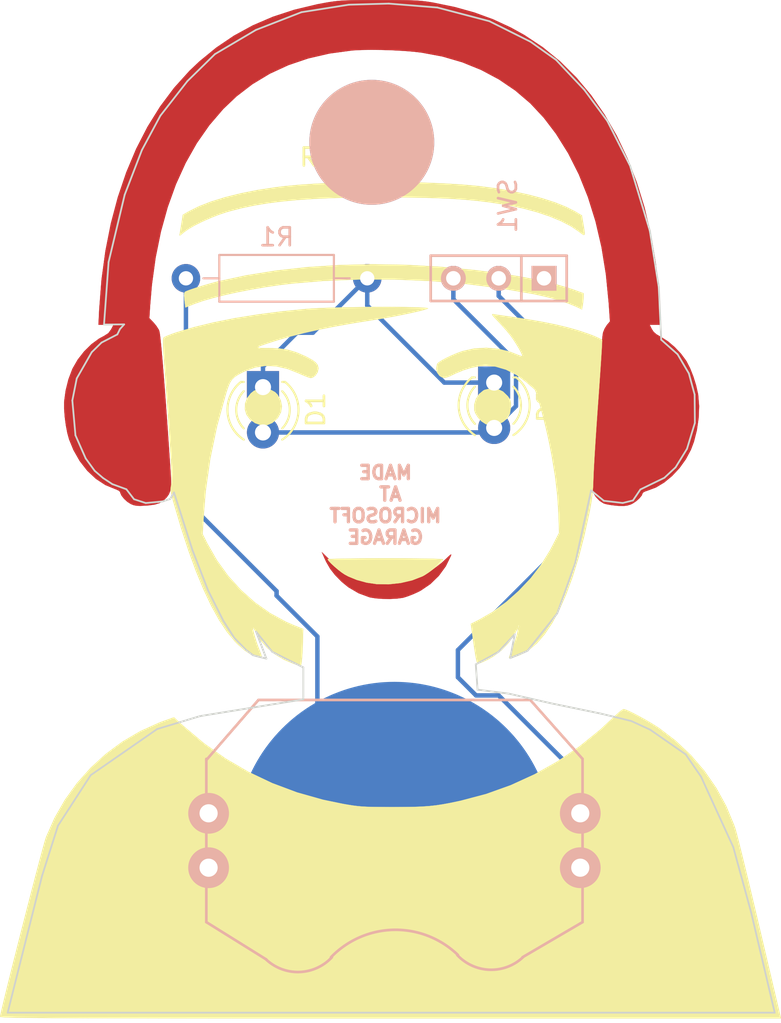
<source format=kicad_pcb>
(kicad_pcb (version 4) (host pcbnew 4.0.7)

  (general
    (links 9)
    (no_connects 1)
    (area 46.276999 81.23563 90.452268 138.959001)
    (thickness 1.6)
    (drawings 87)
    (tracks 41)
    (zones 0)
    (modules 13)
    (nets 6)
  )

  (page A4)
  (layers
    (0 F.Cu signal)
    (31 B.Cu signal)
    (32 B.Adhes user)
    (33 F.Adhes user)
    (34 B.Paste user)
    (35 F.Paste user)
    (36 B.SilkS user)
    (37 F.SilkS user)
    (38 B.Mask user)
    (39 F.Mask user)
    (40 Dwgs.User user)
    (41 Cmts.User user)
    (42 Eco1.User user)
    (43 Eco2.User user)
    (44 Edge.Cuts user)
    (45 Margin user)
    (46 B.CrtYd user)
    (47 F.CrtYd user)
    (48 B.Fab user)
    (49 F.Fab user)
  )

  (setup
    (last_trace_width 0.25)
    (trace_clearance 0.2)
    (zone_clearance 0.508)
    (zone_45_only no)
    (trace_min 0.2)
    (segment_width 0.2)
    (edge_width 0.15)
    (via_size 0.6)
    (via_drill 0.4)
    (via_min_size 0.4)
    (via_min_drill 0.3)
    (uvia_size 0.3)
    (uvia_drill 0.1)
    (uvias_allowed no)
    (uvia_min_size 0.2)
    (uvia_min_drill 0.1)
    (pcb_text_width 0.3)
    (pcb_text_size 1.5 1.5)
    (mod_edge_width 0.15)
    (mod_text_size 1 1)
    (mod_text_width 0.15)
    (pad_size 7 7)
    (pad_drill 0)
    (pad_to_mask_clearance 0.2)
    (aux_axis_origin 0 0)
    (visible_elements 7FFFEFFF)
    (pcbplotparams
      (layerselection 0x3f0ff_80000001)
      (usegerberextensions false)
      (excludeedgelayer true)
      (linewidth 0.100000)
      (plotframeref false)
      (viasonmask false)
      (mode 1)
      (useauxorigin false)
      (hpglpennumber 1)
      (hpglpenspeed 20)
      (hpglpendiameter 15)
      (hpglpenoverlay 2)
      (psnegative false)
      (psa4output false)
      (plotreference false)
      (plotvalue false)
      (plotinvisibletext false)
      (padsonsilk false)
      (subtractmaskfromsilk true)
      (outputformat 1)
      (mirror false)
      (drillshape 0)
      (scaleselection 1)
      (outputdirectory LadyGerbers/))
  )

  (net 0 "")
  (net 1 "Net-(BT1-Pad1)")
  (net 2 "Net-(BT1-Pad2)")
  (net 3 "Net-(D1-Pad1)")
  (net 4 "Net-(D1-Pad2)")
  (net 5 "Net-(SW1-Pad1)")

  (net_class Default "This is the default net class."
    (clearance 0.2)
    (trace_width 0.25)
    (via_dia 0.6)
    (via_drill 0.4)
    (uvia_dia 0.3)
    (uvia_drill 0.1)
    (add_net "Net-(BT1-Pad1)")
    (add_net "Net-(BT1-Pad2)")
    (add_net "Net-(D1-Pad1)")
    (add_net "Net-(D1-Pad2)")
    (add_net "Net-(SW1-Pad1)")
  )

  (module footprints:BATT_CR2032 (layer B.Cu) (tedit 0) (tstamp 5BA19666)
    (at 68.58 128.524 180)
    (tags battery)
    (path /5B95F774)
    (fp_text reference BT1 (at 0 -5.08 180) (layer B.SilkS) hide
      (effects (font (size 1.72974 1.08712) (thickness 0.27178)) (justify mirror))
    )
    (fp_text value Battery (at 0 2.54 180) (layer B.SilkS) hide
      (effects (font (size 1.524 1.016) (thickness 0.254)) (justify mirror))
    )
    (fp_line (start -7.1755 -6.5405) (end -10.541 -4.572) (layer B.SilkS) (width 0.15))
    (fp_line (start 7.1755 -6.6675) (end 10.541 -4.572) (layer B.SilkS) (width 0.15))
    (fp_arc (start -5.4229 -4.6355) (end -3.5179 -6.4135) (angle -90) (layer B.SilkS) (width 0.15))
    (fp_arc (start 5.4102 -4.7625) (end 7.1882 -6.6675) (angle -90) (layer B.SilkS) (width 0.15))
    (fp_arc (start -0.0635 -10.033) (end -3.556 -6.4135) (angle -90) (layer B.SilkS) (width 0.15))
    (fp_line (start 7.62 7.874) (end 10.541 4.5085) (layer B.SilkS) (width 0.15))
    (fp_line (start -10.541 4.572) (end -7.5565 7.9375) (layer B.SilkS) (width 0.15))
    (fp_line (start -7.62 7.874) (end 7.62 7.874) (layer B.SilkS) (width 0.15))
    (fp_line (start -10.541 -4.572) (end -10.541 4.572) (layer B.SilkS) (width 0.15))
    (fp_line (start 10.541 -4.572) (end 10.541 4.572) (layer B.SilkS) (width 0.15))
    (fp_circle (center 0 0) (end -10.16 0) (layer Dwgs.User) (width 0.15))
    (pad 1 thru_hole circle (at -10.414 -1.524 180) (size 2.286 2.286) (drill 1.016) (layers *.Cu *.Mask B.SilkS)
      (net 1 "Net-(BT1-Pad1)"))
    (pad 1 thru_hole circle (at 10.414 -1.524 180) (size 2.286 2.286) (drill 1.016) (layers *.Cu *.Mask B.SilkS)
      (net 1 "Net-(BT1-Pad1)"))
    (pad 1 thru_hole circle (at -10.414 1.524 180) (size 2.286 2.286) (drill 1.016) (layers *.Cu *.Mask B.SilkS)
      (net 1 "Net-(BT1-Pad1)"))
    (pad 1 thru_hole circle (at 10.414 1.524 180) (size 2.286 2.286) (drill 1.016) (layers *.Cu *.Mask B.SilkS)
      (net 1 "Net-(BT1-Pad1)"))
    (pad 2 smd circle (at 0 0 180) (size 17.78 17.78) (layers B.Cu B.Paste B.Mask)
      (net 2 "Net-(BT1-Pad2)"))
  )

  (module LEDs:LED_D3.0mm (layer F.Cu) (tedit 587A3A7B) (tstamp 5BA19679)
    (at 61.214 103.124 270)
    (descr "LED, diameter 3.0mm, 2 pins")
    (tags "LED diameter 3.0mm 2 pins")
    (path /5B958A67)
    (fp_text reference D1 (at 1.27 -2.96 270) (layer F.SilkS)
      (effects (font (size 1 1) (thickness 0.15)))
    )
    (fp_text value LED (at 1.27 2.96 270) (layer F.Fab)
      (effects (font (size 1 1) (thickness 0.15)))
    )
    (fp_arc (start 1.27 0) (end -0.23 -1.16619) (angle 284.3) (layer F.Fab) (width 0.1))
    (fp_arc (start 1.27 0) (end -0.29 -1.235516) (angle 108.8) (layer F.SilkS) (width 0.12))
    (fp_arc (start 1.27 0) (end -0.29 1.235516) (angle -108.8) (layer F.SilkS) (width 0.12))
    (fp_arc (start 1.27 0) (end 0.229039 -1.08) (angle 87.9) (layer F.SilkS) (width 0.12))
    (fp_arc (start 1.27 0) (end 0.229039 1.08) (angle -87.9) (layer F.SilkS) (width 0.12))
    (fp_circle (center 1.27 0) (end 2.77 0) (layer F.Fab) (width 0.1))
    (fp_line (start -0.23 -1.16619) (end -0.23 1.16619) (layer F.Fab) (width 0.1))
    (fp_line (start -0.29 -1.236) (end -0.29 -1.08) (layer F.SilkS) (width 0.12))
    (fp_line (start -0.29 1.08) (end -0.29 1.236) (layer F.SilkS) (width 0.12))
    (fp_line (start -1.15 -2.25) (end -1.15 2.25) (layer F.CrtYd) (width 0.05))
    (fp_line (start -1.15 2.25) (end 3.7 2.25) (layer F.CrtYd) (width 0.05))
    (fp_line (start 3.7 2.25) (end 3.7 -2.25) (layer F.CrtYd) (width 0.05))
    (fp_line (start 3.7 -2.25) (end -1.15 -2.25) (layer F.CrtYd) (width 0.05))
    (pad 1 thru_hole rect (at 0 0 270) (size 1.8 1.8) (drill 0.9) (layers *.Cu *.Mask)
      (net 3 "Net-(D1-Pad1)"))
    (pad 2 thru_hole circle (at 2.54 0 270) (size 1.8 1.8) (drill 0.9) (layers *.Cu *.Mask)
      (net 4 "Net-(D1-Pad2)"))
    (model ${KISYS3DMOD}/LEDs.3dshapes/LED_D3.0mm.wrl
      (at (xyz 0 0 0))
      (scale (xyz 0.393701 0.393701 0.393701))
      (rotate (xyz 0 0 0))
    )
  )

  (module LEDs:LED_D3.0mm (layer F.Cu) (tedit 587A3A7B) (tstamp 5BA1968C)
    (at 74.168 102.87 270)
    (descr "LED, diameter 3.0mm, 2 pins")
    (tags "LED diameter 3.0mm 2 pins")
    (path /5B958A90)
    (fp_text reference D2 (at 1.27 -2.96 270) (layer F.SilkS)
      (effects (font (size 1 1) (thickness 0.15)))
    )
    (fp_text value LED (at 1.27 2.96 270) (layer F.Fab)
      (effects (font (size 1 1) (thickness 0.15)))
    )
    (fp_arc (start 1.27 0) (end -0.23 -1.16619) (angle 284.3) (layer F.Fab) (width 0.1))
    (fp_arc (start 1.27 0) (end -0.29 -1.235516) (angle 108.8) (layer F.SilkS) (width 0.12))
    (fp_arc (start 1.27 0) (end -0.29 1.235516) (angle -108.8) (layer F.SilkS) (width 0.12))
    (fp_arc (start 1.27 0) (end 0.229039 -1.08) (angle 87.9) (layer F.SilkS) (width 0.12))
    (fp_arc (start 1.27 0) (end 0.229039 1.08) (angle -87.9) (layer F.SilkS) (width 0.12))
    (fp_circle (center 1.27 0) (end 2.77 0) (layer F.Fab) (width 0.1))
    (fp_line (start -0.23 -1.16619) (end -0.23 1.16619) (layer F.Fab) (width 0.1))
    (fp_line (start -0.29 -1.236) (end -0.29 -1.08) (layer F.SilkS) (width 0.12))
    (fp_line (start -0.29 1.08) (end -0.29 1.236) (layer F.SilkS) (width 0.12))
    (fp_line (start -1.15 -2.25) (end -1.15 2.25) (layer F.CrtYd) (width 0.05))
    (fp_line (start -1.15 2.25) (end 3.7 2.25) (layer F.CrtYd) (width 0.05))
    (fp_line (start 3.7 2.25) (end 3.7 -2.25) (layer F.CrtYd) (width 0.05))
    (fp_line (start 3.7 -2.25) (end -1.15 -2.25) (layer F.CrtYd) (width 0.05))
    (pad 1 thru_hole rect (at 0 0 270) (size 1.8 1.8) (drill 0.9) (layers *.Cu *.Mask)
      (net 3 "Net-(D1-Pad1)"))
    (pad 2 thru_hole circle (at 2.54 0 270) (size 1.8 1.8) (drill 0.9) (layers *.Cu *.Mask)
      (net 4 "Net-(D1-Pad2)"))
    (model ${KISYS3DMOD}/LEDs.3dshapes/LED_D3.0mm.wrl
      (at (xyz 0 0 0))
      (scale (xyz 0.393701 0.393701 0.393701))
      (rotate (xyz 0 0 0))
    )
  )

  (module Resistors_THT:R_Axial_DIN0207_L6.3mm_D2.5mm_P10.16mm_Horizontal (layer B.Cu) (tedit 5874F706) (tstamp 5BA196A2)
    (at 67.056 97.028 180)
    (descr "Resistor, Axial_DIN0207 series, Axial, Horizontal, pin pitch=10.16mm, 0.25W = 1/4W, length*diameter=6.3*2.5mm^2, http://cdn-reichelt.de/documents/datenblatt/B400/1_4W%23YAG.pdf")
    (tags "Resistor Axial_DIN0207 series Axial Horizontal pin pitch 10.16mm 0.25W = 1/4W length 6.3mm diameter 2.5mm")
    (path /5B95F731)
    (fp_text reference R1 (at 5.08 2.31 180) (layer B.SilkS)
      (effects (font (size 1 1) (thickness 0.15)) (justify mirror))
    )
    (fp_text value 100 (at 5.08 -2.31 180) (layer B.Fab)
      (effects (font (size 1 1) (thickness 0.15)) (justify mirror))
    )
    (fp_line (start 1.93 1.25) (end 1.93 -1.25) (layer B.Fab) (width 0.1))
    (fp_line (start 1.93 -1.25) (end 8.23 -1.25) (layer B.Fab) (width 0.1))
    (fp_line (start 8.23 -1.25) (end 8.23 1.25) (layer B.Fab) (width 0.1))
    (fp_line (start 8.23 1.25) (end 1.93 1.25) (layer B.Fab) (width 0.1))
    (fp_line (start 0 0) (end 1.93 0) (layer B.Fab) (width 0.1))
    (fp_line (start 10.16 0) (end 8.23 0) (layer B.Fab) (width 0.1))
    (fp_line (start 1.87 1.31) (end 1.87 -1.31) (layer B.SilkS) (width 0.12))
    (fp_line (start 1.87 -1.31) (end 8.29 -1.31) (layer B.SilkS) (width 0.12))
    (fp_line (start 8.29 -1.31) (end 8.29 1.31) (layer B.SilkS) (width 0.12))
    (fp_line (start 8.29 1.31) (end 1.87 1.31) (layer B.SilkS) (width 0.12))
    (fp_line (start 0.98 0) (end 1.87 0) (layer B.SilkS) (width 0.12))
    (fp_line (start 9.18 0) (end 8.29 0) (layer B.SilkS) (width 0.12))
    (fp_line (start -1.05 1.6) (end -1.05 -1.6) (layer B.CrtYd) (width 0.05))
    (fp_line (start -1.05 -1.6) (end 11.25 -1.6) (layer B.CrtYd) (width 0.05))
    (fp_line (start 11.25 -1.6) (end 11.25 1.6) (layer B.CrtYd) (width 0.05))
    (fp_line (start 11.25 1.6) (end -1.05 1.6) (layer B.CrtYd) (width 0.05))
    (pad 1 thru_hole circle (at 0 0 180) (size 1.6 1.6) (drill 0.8) (layers *.Cu *.Mask)
      (net 3 "Net-(D1-Pad1)"))
    (pad 2 thru_hole oval (at 10.16 0 180) (size 1.6 1.6) (drill 0.8) (layers *.Cu *.Mask)
      (net 2 "Net-(BT1-Pad2)"))
    (model ${KISYS3DMOD}/Resistors_THT.3dshapes/R_Axial_DIN0207_L6.3mm_D2.5mm_P10.16mm_Horizontal.wrl
      (at (xyz 0 0 0))
      (scale (xyz 0.393701 0.393701 0.393701))
      (rotate (xyz 0 0 0))
    )
  )

  (module footprints:SW_Micro_SPST (layer B.Cu) (tedit 5A812D1A) (tstamp 5BA196B3)
    (at 74.422 97.028 180)
    (tags "Switch Micro SPST")
    (path /5B95F7A9)
    (fp_text reference SW1 (at -0.508 4.064 450) (layer B.SilkS)
      (effects (font (size 1 1) (thickness 0.15)) (justify mirror))
    )
    (fp_text value SW_SPDT (at 0.025 -2.45 180) (layer B.Fab)
      (effects (font (size 1 1) (thickness 0.15)) (justify mirror))
    )
    (fp_text user "E-Switch EG128" (at -2 1 360) (layer B.CrtYd)
      (effects (font (size 0.5 0.5) (thickness 0.125)) (justify mirror))
    )
    (fp_line (start 5.75 2) (end 5.75 -2) (layer B.CrtYd) (width 0.15))
    (fp_line (start -5.75 2) (end -5.75 -2) (layer B.CrtYd) (width 0.15))
    (fp_line (start -5.75 -2) (end 5.75 -2) (layer B.CrtYd) (width 0.15))
    (fp_line (start -5.75 2) (end 5.75 2) (layer B.CrtYd) (width 0.15))
    (fp_line (start -3.81 -1.27) (end -3.81 1.27) (layer B.SilkS) (width 0.15))
    (fp_line (start -3.81 1.27) (end 3.81 1.27) (layer B.SilkS) (width 0.15))
    (fp_line (start 3.81 1.27) (end 3.81 -1.27) (layer B.SilkS) (width 0.15))
    (fp_line (start 3.81 -1.27) (end -3.81 -1.27) (layer B.SilkS) (width 0.15))
    (fp_line (start -1.27 1.27) (end -1.27 -1.27) (layer B.SilkS) (width 0.15))
    (pad 1 thru_hole rect (at -2.54 0 180) (size 1.397 1.397) (drill 0.8128) (layers *.Cu *.Mask B.SilkS)
      (net 5 "Net-(SW1-Pad1)"))
    (pad 2 thru_hole circle (at 0 0 180) (size 1.397 1.397) (drill 0.8128) (layers *.Cu *.Mask B.SilkS)
      (net 1 "Net-(BT1-Pad1)"))
    (pad 3 thru_hole circle (at 2.54 0 180) (size 1.397 1.397) (drill 0.8128) (layers *.Cu *.Mask B.SilkS)
      (net 4 "Net-(D1-Pad2)"))
    (model Buttons_Switches_ThroughHole.3dshapes/SW_Micro_SPST.wrl
      (at (xyz 0 0 0))
      (scale (xyz 0.33 0.33 0.33))
      (rotate (xyz 0 0 0))
    )
  )

  (module pin:clutch_pin (layer F.Cu) (tedit 5BA1ACB6) (tstamp 5BA1AD8F)
    (at 67.31 89.408)
    (fp_text reference REF** (at -1.9 0.84) (layer F.SilkS)
      (effects (font (size 1 1) (thickness 0.15)))
    )
    (fp_text value clutch_pin (at 0 6.35) (layer F.Fab)
      (effects (font (size 1 1) (thickness 0.15)))
    )
    (pad 1 smd circle (at 0 0 90) (size 7 7) (layers B.Cu B.Paste B.SilkS B.Mask))
  )

  (module Dog:lady2_FSilk (layer F.Cu) (tedit 0) (tstamp 5BA1C57E)
    (at 68.326 109.728)
    (fp_text reference G*** (at 0 0) (layer F.SilkS) hide
      (effects (font (thickness 0.3)))
    )
    (fp_text value LOGO (at 0.75 0) (layer F.SilkS) hide
      (effects (font (thickness 0.3)))
    )
    (fp_poly (pts (xy 13.210096 11.46151) (xy 13.412212 11.548082) (xy 13.677611 11.677777) (xy 13.983992 11.838656)
      (xy 14.309051 12.018779) (xy 14.630487 12.206207) (xy 14.925997 12.389002) (xy 15.100322 12.504268)
      (xy 16.028511 13.214729) (xy 16.874603 14.015253) (xy 17.631117 14.895964) (xy 18.290572 15.846983)
      (xy 18.845488 16.858432) (xy 19.288386 17.920433) (xy 19.359963 18.12925) (xy 19.404617 18.282086)
      (xy 19.47537 18.547757) (xy 19.569558 18.915395) (xy 19.684518 19.374134) (xy 19.817584 19.91311)
      (xy 19.966092 20.521455) (xy 20.127378 21.188303) (xy 20.298778 21.902788) (xy 20.477627 22.654045)
      (xy 20.66126 23.431208) (xy 20.691206 23.5585) (xy 20.871822 24.326579) (xy 21.044748 25.061656)
      (xy 21.207677 25.75394) (xy 21.358303 26.393643) (xy 21.494317 26.970976) (xy 21.613414 27.476152)
      (xy 21.713286 27.899381) (xy 21.791625 28.230875) (xy 21.846126 28.460844) (xy 21.874481 28.579502)
      (xy 21.877276 28.590875) (xy 21.921267 28.7655) (xy 0.038633 28.7655) (xy -1.953771 28.76546)
      (xy -3.823034 28.76533) (xy -5.573013 28.765093) (xy -7.207566 28.76473) (xy -8.730552 28.764226)
      (xy -10.145829 28.763563) (xy -11.457254 28.762723) (xy -12.668686 28.761689) (xy -13.783983 28.760445)
      (xy -14.807003 28.758973) (xy -15.741604 28.757256) (xy -16.591645 28.755277) (xy -17.360983 28.753018)
      (xy -18.053477 28.750462) (xy -18.672984 28.747592) (xy -19.223363 28.744392) (xy -19.708472 28.740843)
      (xy -20.132168 28.736929) (xy -20.498311 28.732632) (xy -20.810759 28.727935) (xy -21.073368 28.722821)
      (xy -21.289998 28.717273) (xy -21.464507 28.711273) (xy -21.600752 28.704805) (xy -21.702592 28.697852)
      (xy -21.773885 28.690395) (xy -21.81849 28.682418) (xy -21.840263 28.673904) (xy -21.844 28.668003)
      (xy -21.828345 28.571826) (xy -21.783342 28.364347) (xy -21.711938 28.057088) (xy -21.617079 27.661572)
      (xy -21.501709 27.189323) (xy -21.368776 26.651863) (xy -21.221225 26.060716) (xy -21.062002 25.427404)
      (xy -20.894052 24.76345) (xy -20.720322 24.080378) (xy -20.543757 23.389711) (xy -20.367304 22.702972)
      (xy -20.193907 22.031682) (xy -20.026513 21.387367) (xy -19.868068 20.781548) (xy -19.721518 20.225749)
      (xy -19.589808 19.731493) (xy -19.475884 19.310303) (xy -19.382692 18.973701) (xy -19.313178 18.733211)
      (xy -19.270288 18.600356) (xy -19.270109 18.599888) (xy -18.794354 17.526156) (xy -18.213901 16.515958)
      (xy -17.53611 15.576555) (xy -16.768346 14.715203) (xy -15.917968 13.939163) (xy -14.992341 13.255693)
      (xy -13.998825 12.672052) (xy -12.944783 12.195497) (xy -12.670797 12.093269) (xy -12.101843 11.889808)
      (xy -11.559547 12.385435) (xy -10.41375 13.348179) (xy -9.202755 14.202179) (xy -7.928539 14.94647)
      (xy -6.593076 15.580087) (xy -5.198342 16.102068) (xy -3.746313 16.511447) (xy -2.631149 16.742199)
      (xy -2.324051 16.795103) (xy -2.059013 16.836418) (xy -1.813457 16.867581) (xy -1.564806 16.890028)
      (xy -1.290483 16.905194) (xy -0.96791 16.914517) (xy -0.57451 16.919431) (xy -0.087705 16.921373)
      (xy 0.1905 16.921675) (xy 0.818802 16.91975) (xy 1.346115 16.911531) (xy 1.798393 16.894569)
      (xy 2.201588 16.86642) (xy 2.581653 16.824637) (xy 2.96454 16.766773) (xy 3.376204 16.690383)
      (xy 3.842596 16.593021) (xy 3.96875 16.565563) (xy 5.391408 16.189576) (xy 6.772885 15.694679)
      (xy 8.107756 15.083822) (xy 9.390601 14.359956) (xy 10.615999 13.526032) (xy 11.778526 12.585001)
      (xy 12.483317 11.931536) (xy 12.69729 11.730536) (xy 12.885913 11.567923) (xy 13.026989 11.461941)
      (xy 13.093566 11.43) (xy 13.210096 11.46151)) (layer F.SilkS) (width 0.01))
    (fp_poly (pts (xy 0.390426 -11.09756) (xy 0.872512 -11.092212) (xy 1.296531 -11.08369) (xy 1.649189 -11.071944)
      (xy 1.917187 -11.056925) (xy 2.087232 -11.038584) (xy 2.146026 -11.016872) (xy 2.143742 -11.012576)
      (xy 2.053437 -10.971807) (xy 1.856755 -10.913856) (xy 1.572537 -10.842745) (xy 1.219625 -10.762496)
      (xy 0.816859 -10.677132) (xy 0.383079 -10.590675) (xy -0.062873 -10.507148) (xy -0.502156 -10.430574)
      (xy -0.8255 -10.378651) (xy -1.985647 -10.192579) (xy -3.030694 -10.007747) (xy -3.972486 -9.821631)
      (xy -4.822868 -9.631707) (xy -5.593685 -9.435452) (xy -6.296782 -9.230343) (xy -6.462309 -9.177726)
      (xy -6.866215 -9.046532) (xy -7.153389 -8.94935) (xy -7.327929 -8.881076) (xy -7.393929 -8.836608)
      (xy -7.355486 -8.810841) (xy -7.216694 -8.798673) (xy -6.98165 -8.795) (xy -6.769661 -8.79475)
      (xy -6.203387 -8.771877) (xy -5.708008 -8.695651) (xy -5.234548 -8.554668) (xy -4.734028 -8.33752)
      (xy -4.669488 -8.305636) (xy -4.36418 -8.140137) (xy -4.162897 -7.99484) (xy -4.04832 -7.852457)
      (xy -4.003135 -7.695703) (xy -4.0005 -7.637795) (xy -4.046981 -7.437713) (xy -4.16481 -7.258264)
      (xy -4.321565 -7.138834) (xy -4.433324 -7.112) (xy -4.542173 -7.138) (xy -4.732132 -7.207635)
      (xy -4.970411 -7.308361) (xy -5.093113 -7.36444) (xy -5.756978 -7.626235) (xy -6.383965 -7.76965)
      (xy -6.982568 -7.794926) (xy -7.561276 -7.702303) (xy -8.128581 -7.492023) (xy -8.208592 -7.452695)
      (xy -8.499153 -7.298723) (xy -8.707922 -7.161195) (xy -8.858226 -7.011306) (xy -8.97339 -6.820253)
      (xy -9.076738 -6.559233) (xy -9.172075 -6.262921) (xy -9.680133 -4.420034) (xy -10.062165 -2.591337)
      (xy -10.318282 -0.776235) (xy -10.420439 0.448311) (xy -10.491049 1.626872) (xy -10.222287 2.162811)
      (xy -9.686775 3.100155) (xy -9.059353 3.966486) (xy -8.349658 4.752691) (xy -7.567332 5.449656)
      (xy -6.722015 6.048269) (xy -5.823345 6.539417) (xy -5.394085 6.726995) (xy -4.856499 6.943864)
      (xy -4.874163 7.647057) (xy -4.890113 8.109693) (xy -4.912105 8.488331) (xy -4.939118 8.772307)
      (xy -4.970129 8.950955) (xy -5.004115 9.013611) (xy -5.005195 9.013585) (xy -5.084724 8.99374)
      (xy -5.245762 8.945962) (xy -5.399296 8.897813) (xy -5.935805 8.675734) (xy -6.438492 8.371577)
      (xy -6.883643 8.004663) (xy -7.247543 7.594314) (xy -7.490698 7.19395) (xy -7.577938 7.020539)
      (xy -7.643545 6.909612) (xy -7.668881 6.885714) (xy -7.668574 6.960241) (xy -7.633879 7.124499)
      (xy -7.573325 7.348688) (xy -7.495438 7.603009) (xy -7.408747 7.857663) (xy -7.336447 8.047363)
      (xy -7.236528 8.301303) (xy -7.189299 8.458168) (xy -7.19654 8.537232) (xy -7.260034 8.557769)
      (xy -7.38156 8.539053) (xy -7.381875 8.538986) (xy -7.751537 8.404424) (xy -8.145221 8.150982)
      (xy -8.565764 7.776728) (xy -8.689072 7.649647) (xy -9.133462 7.113472) (xy -9.57432 6.450652)
      (xy -10.011509 5.661496) (xy -10.444894 4.746315) (xy -10.874337 3.705418) (xy -11.299704 2.539114)
      (xy -11.720858 1.247714) (xy -12.137664 -0.168474) (xy -12.160774 -0.251109) (xy -12.238514 -0.543071)
      (xy -12.280843 -0.748491) (xy -12.291504 -0.901638) (xy -12.274246 -1.036782) (xy -12.254989 -1.113079)
      (xy -12.242515 -1.173943) (xy -12.233752 -1.259928) (xy -12.229114 -1.378173) (xy -12.229016 -1.535818)
      (xy -12.233872 -1.740004) (xy -12.244098 -1.997872) (xy -12.260107 -2.316561) (xy -12.282314 -2.703211)
      (xy -12.311134 -3.164963) (xy -12.346982 -3.708958) (xy -12.390273 -4.342335) (xy -12.441419 -5.072235)
      (xy -12.500838 -5.905798) (xy -12.568942 -6.850164) (xy -12.646148 -7.912473) (xy -12.664179 -8.15975)
      (xy -12.693574 -8.613905) (xy -12.708726 -8.970972) (xy -12.709468 -9.222281) (xy -12.695636 -9.359163)
      (xy -12.687308 -9.37845) (xy -12.605389 -9.428003) (xy -12.42947 -9.50435) (xy -12.186774 -9.596425)
      (xy -11.949151 -9.678512) (xy -10.969544 -9.970252) (xy -9.875996 -10.235821) (xy -8.679232 -10.473284)
      (xy -7.389976 -10.680704) (xy -6.018955 -10.856146) (xy -4.699 -10.987266) (xy -4.367523 -11.010958)
      (xy -3.961152 -11.031966) (xy -3.493186 -11.050243) (xy -2.976919 -11.065739) (xy -2.425647 -11.078405)
      (xy -1.852666 -11.088191) (xy -1.271273 -11.095049) (xy -0.694762 -11.09893) (xy -0.136431 -11.099783)
      (xy 0.390426 -11.09756)) (layer F.SilkS) (width 0.01))
    (fp_poly (pts (xy 5.787819 -10.69372) (xy 5.90264 -10.676748) (xy 6.116162 -10.645588) (xy 6.401387 -10.604164)
      (xy 6.731315 -10.556404) (xy 6.858 -10.538103) (xy 7.776962 -10.397771) (xy 8.586653 -10.256923)
      (xy 9.304754 -10.111508) (xy 9.948944 -9.957477) (xy 10.536904 -9.79078) (xy 11.086313 -9.607365)
      (xy 11.348989 -9.50932) (xy 11.585414 -9.4119) (xy 11.771633 -9.323661) (xy 11.879036 -9.25866)
      (xy 11.893755 -9.241684) (xy 11.893575 -9.167476) (xy 11.884754 -8.978553) (xy 11.868061 -8.686849)
      (xy 11.844267 -8.3043) (xy 11.814142 -7.842841) (xy 11.778457 -7.314407) (xy 11.737982 -6.730933)
      (xy 11.693487 -6.104355) (xy 11.672267 -5.81025) (xy 11.623954 -5.131689) (xy 11.577895 -4.461357)
      (xy 11.535107 -3.815699) (xy 11.49661 -3.211162) (xy 11.463424 -2.66419) (xy 11.436565 -2.191228)
      (xy 11.417054 -1.808723) (xy 11.405908 -1.533119) (xy 11.404772 -1.49225) (xy 11.385795 -1.008938)
      (xy 11.350763 -0.583499) (xy 11.293282 -0.160591) (xy 11.206958 0.315127) (xy 11.180995 0.4445)
      (xy 10.892234 1.748291) (xy 10.578776 2.945027) (xy 10.241653 4.032496) (xy 9.881898 5.008486)
      (xy 9.500545 5.870784) (xy 9.098625 6.617178) (xy 8.677172 7.245456) (xy 8.237218 7.753405)
      (xy 7.779795 8.138813) (xy 7.513243 8.301967) (xy 7.301673 8.402065) (xy 7.081311 8.486886)
      (xy 6.882263 8.547452) (xy 6.734636 8.574784) (xy 6.668536 8.559904) (xy 6.6675 8.554189)
      (xy 6.68892 8.484614) (xy 6.746447 8.324448) (xy 6.829982 8.101394) (xy 6.884202 7.959747)
      (xy 6.986007 7.679911) (xy 7.072509 7.41334) (xy 7.130037 7.203304) (xy 7.142045 7.14375)
      (xy 7.183187 6.88975) (xy 6.972968 7.267197) (xy 6.663787 7.715629) (xy 6.265064 8.132492)
      (xy 5.814196 8.482231) (xy 5.51187 8.656239) (xy 5.281224 8.764745) (xy 5.086454 8.846476)
      (xy 4.961171 8.887627) (xy 4.942712 8.89) (xy 4.903417 8.865149) (xy 4.865314 8.780853)
      (xy 4.825077 8.622497) (xy 4.779378 8.375467) (xy 4.724892 8.025148) (xy 4.688672 7.773959)
      (xy 4.554522 6.82625) (xy 7.1755 6.82625) (xy 7.20725 6.858) (xy 7.239 6.82625)
      (xy 7.20725 6.7945) (xy 7.1755 6.82625) (xy 4.554522 6.82625) (xy 4.530694 6.657919)
      (xy 4.979972 6.431875) (xy 5.768194 5.977787) (xy 6.528938 5.420017) (xy 7.213905 4.809714)
      (xy 7.886868 4.099715) (xy 8.458863 3.361463) (xy 8.955758 2.560258) (xy 9.118919 2.25425)
      (xy 9.477351 1.55575) (xy 9.442635 0.508) (xy 9.379139 -0.513491) (xy 9.253155 -1.59699)
      (xy 9.062406 -2.759862) (xy 8.918089 -3.4925) (xy 8.824291 -3.924012) (xy 8.719621 -4.372949)
      (xy 8.609013 -4.821222) (xy 8.497402 -5.250739) (xy 8.389723 -5.643411) (xy 8.290911 -5.981145)
      (xy 8.205899 -6.245853) (xy 8.139624 -6.419442) (xy 8.102908 -6.480957) (xy 8.02496 -6.546055)
      (xy 7.878329 -6.671426) (xy 7.690066 -6.833895) (xy 7.62 -6.894666) (xy 7.078937 -7.292692)
      (xy 6.503061 -7.581873) (xy 5.907489 -7.75609) (xy 5.360032 -7.809562) (xy 4.988418 -7.776542)
      (xy 4.555647 -7.683479) (xy 4.105261 -7.542213) (xy 3.680804 -7.364582) (xy 3.628346 -7.338705)
      (xy 3.350462 -7.206253) (xy 3.151855 -7.136376) (xy 3.003196 -7.125823) (xy 2.875154 -7.171341)
      (xy 2.770813 -7.243609) (xy 2.641231 -7.420442) (xy 2.59688 -7.656517) (xy 2.64333 -7.903911)
      (xy 2.723486 -7.987808) (xy 2.897563 -8.102221) (xy 3.140092 -8.23437) (xy 3.425602 -8.371475)
      (xy 3.728624 -8.500757) (xy 4.023687 -8.609435) (xy 4.09575 -8.632675) (xy 4.733504 -8.77134)
      (xy 5.406866 -8.80963) (xy 6.081394 -8.749413) (xy 6.722643 -8.592556) (xy 7.031235 -8.473538)
      (xy 7.221862 -8.395583) (xy 7.361633 -8.350283) (xy 7.414811 -8.346146) (xy 7.403515 -8.41671)
      (xy 7.334178 -8.566753) (xy 7.221424 -8.771594) (xy 7.079875 -9.006553) (xy 6.924156 -9.246951)
      (xy 6.768889 -9.468108) (xy 6.685542 -9.576915) (xy 6.49299 -9.806571) (xy 6.258521 -10.07037)
      (xy 6.030898 -10.313536) (xy 6.017744 -10.327073) (xy 5.839357 -10.514888) (xy 5.744656 -10.629626)
      (xy 5.724868 -10.685272) (xy 5.771223 -10.695817) (xy 5.787819 -10.69372)) (layer F.SilkS) (width 0.01))
    (fp_poly (pts (xy -6.70787 -6.472779) (xy -6.431729 -6.323273) (xy -6.297135 -6.190348) (xy -6.114855 -5.869145)
      (xy -6.049053 -5.531495) (xy -6.099611 -5.198871) (xy -6.266411 -4.892747) (xy -6.304516 -4.846934)
      (xy -6.589293 -4.595872) (xy -6.893714 -4.470172) (xy -7.219669 -4.469444) (xy -7.558408 -4.587875)
      (xy -7.849363 -4.796103) (xy -8.0407 -5.062039) (xy -8.131608 -5.363604) (xy -8.121273 -5.678715)
      (xy -8.008882 -5.985289) (xy -7.793622 -6.261246) (xy -7.624974 -6.396114) (xy -7.343161 -6.515192)
      (xy -7.02457 -6.538749) (xy -6.70787 -6.472779)) (layer F.SilkS) (width 0.01))
    (fp_poly (pts (xy 6.018821 -6.508026) (xy 6.336481 -6.358475) (xy 6.607306 -6.09796) (xy 6.655733 -6.030989)
      (xy 6.74487 -5.873817) (xy 6.783474 -5.713456) (xy 6.783351 -5.49423) (xy 6.780131 -5.444272)
      (xy 6.722016 -5.111078) (xy 6.58841 -4.861706) (xy 6.359562 -4.665866) (xy 6.221702 -4.587875)
      (xy 5.89035 -4.468318) (xy 5.580502 -4.466172) (xy 5.364569 -4.533492) (xy 5.14124 -4.67992)
      (xy 4.934375 -4.898202) (xy 4.781146 -5.143334) (xy 4.725665 -5.307018) (xy 4.722308 -5.628155)
      (xy 4.817703 -5.94309) (xy 4.994094 -6.217054) (xy 5.233725 -6.415276) (xy 5.310872 -6.452945)
      (xy 5.671295 -6.541291) (xy 6.018821 -6.508026)) (layer F.SilkS) (width 0.01))
  )

  (module Dog:lady2_FCu (layer F.Cu) (tedit 0) (tstamp 5BA1C6A3)
    (at 67.818 97.536)
    (fp_text reference G*** (at 0 0) (layer F.SilkS) hide
      (effects (font (thickness 0.3)))
    )
    (fp_text value LOGO (at 0.75 0) (layer F.SilkS) hide
      (effects (font (thickness 0.3)))
    )
    (fp_poly (pts (xy 0.53945 -16.094739) (xy 1.033418 -16.092277) (xy 1.436414 -16.087124) (xy 1.766451 -16.078422)
      (xy 2.041541 -16.065312) (xy 2.279698 -16.046937) (xy 2.498934 -16.022437) (xy 2.717261 -15.990954)
      (xy 2.952691 -15.951631) (xy 2.95275 -15.95162) (xy 4.149787 -15.705486) (xy 5.254516 -15.397301)
      (xy 6.289585 -15.019) (xy 7.27764 -14.56252) (xy 8.045384 -14.138039) (xy 9.085789 -13.447434)
      (xy 10.057314 -12.65263) (xy 10.958158 -11.757269) (xy 11.786521 -10.76499) (xy 12.540603 -9.679436)
      (xy 13.218603 -8.504246) (xy 13.818721 -7.243061) (xy 14.339157 -5.899523) (xy 14.778111 -4.47727)
      (xy 15.133782 -2.979945) (xy 15.40437 -1.411189) (xy 15.588074 0.22536) (xy 15.656638 1.254125)
      (xy 15.698665 2.0955) (xy 15.065433 2.0955) (xy 15.183782 2.333625) (xy 15.28692 2.490033)
      (xy 15.443179 2.626086) (xy 15.684719 2.76896) (xy 15.721795 2.788284) (xy 16.092959 3.025458)
      (xy 16.471646 3.347054) (xy 16.821718 3.718233) (xy 17.107032 4.10416) (xy 17.136444 4.151871)
      (xy 17.331678 4.533569) (xy 17.513973 4.99457) (xy 17.666888 5.487225) (xy 17.773985 5.963885)
      (xy 17.785306 6.0325) (xy 17.83498 6.651508) (xy 17.807631 7.323046) (xy 17.709082 8.003387)
      (xy 17.545155 8.648802) (xy 17.377395 9.095923) (xy 17.093476 9.628105) (xy 16.736636 10.123589)
      (xy 16.325732 10.564439) (xy 15.879625 10.932719) (xy 15.417171 11.21049) (xy 14.982865 11.373439)
      (xy 14.804187 11.433693) (xy 14.6903 11.499882) (xy 14.6685 11.535045) (xy 14.61779 11.662933)
      (xy 14.486525 11.821576) (xy 14.306002 11.981575) (xy 14.107515 12.11353) (xy 13.99771 12.165167)
      (xy 13.808727 12.222584) (xy 13.605813 12.246713) (xy 13.34345 12.241294) (xy 13.199928 12.23072)
      (xy 12.927951 12.199727) (xy 12.680179 12.157101) (xy 12.504099 12.111257) (xy 12.485641 12.104139)
      (xy 12.257336 11.958633) (xy 12.047146 11.739801) (xy 11.892333 11.49222) (xy 11.837438 11.328768)
      (xy 11.832607 11.215437) (xy 11.8371 10.988682) (xy 11.849998 10.661664) (xy 11.870383 10.247545)
      (xy 11.897336 9.759488) (xy 11.929939 9.210654) (xy 11.967273 8.614205) (xy 12.00842 7.983303)
      (xy 12.052461 7.331109) (xy 12.098478 6.670786) (xy 12.145552 6.015496) (xy 12.192765 5.3784)
      (xy 12.239199 4.772661) (xy 12.283934 4.211439) (xy 12.326053 3.707898) (xy 12.364636 3.275199)
      (xy 12.398767 2.926504) (xy 12.427525 2.674975) (xy 12.449993 2.533773) (xy 12.451652 2.527012)
      (xy 12.537568 2.313834) (xy 12.66406 2.112429) (xy 12.675179 2.098845) (xy 12.837518 1.905916)
      (xy 12.76709 0.873583) (xy 12.609874 -0.731115) (xy 12.363036 -2.255885) (xy 12.027342 -3.698552)
      (xy 11.603555 -5.056937) (xy 11.092437 -6.328865) (xy 10.494754 -7.51216) (xy 9.811267 -8.604644)
      (xy 9.126152 -9.505137) (xy 8.373254 -10.310034) (xy 7.533082 -11.026725) (xy 6.613368 -11.651287)
      (xy 5.621841 -12.179794) (xy 4.566231 -12.608324) (xy 3.454268 -12.932952) (xy 2.293681 -13.149755)
      (xy 1.8415 -13.203053) (xy 1.28435 -13.248908) (xy 0.680833 -13.28224) (xy 0.064 -13.302406)
      (xy -0.533094 -13.308761) (xy -1.077395 -13.300662) (xy -1.535852 -13.277466) (xy -1.619996 -13.270447)
      (xy -2.878412 -13.100744) (xy -4.065594 -12.826916) (xy -5.180859 -12.449273) (xy -6.223521 -11.968127)
      (xy -7.192895 -11.38379) (xy -8.088295 -10.696574) (xy -8.827096 -9.993783) (xy -9.608726 -9.082759)
      (xy -10.312305 -8.073831) (xy -10.936644 -6.970192) (xy -11.480556 -5.775036) (xy -11.942854 -4.491556)
      (xy -12.322351 -3.122946) (xy -12.617858 -1.6724) (xy -12.828188 -0.143112) (xy -12.928204 1.03592)
      (xy -12.971874 1.722591) (xy -12.743788 1.95667) (xy -12.585781 2.146125) (xy -12.454676 2.349471)
      (xy -12.419118 2.422606) (xy -12.393638 2.537991) (xy -12.361358 2.775773) (xy -12.322631 3.131549)
      (xy -12.277812 3.600919) (xy -12.227255 4.17948) (xy -12.171314 4.862831) (xy -12.110343 5.646569)
      (xy -12.044696 6.526294) (xy -11.974728 7.497603) (xy -11.900793 8.556095) (xy -11.823245 9.697368)
      (xy -11.772899 10.453785) (xy -11.75391 10.86024) (xy -11.761548 11.167763) (xy -11.800645 11.402536)
      (xy -11.876033 11.590742) (xy -11.992544 11.758566) (xy -12.019516 11.790066) (xy -12.200295 11.964869)
      (xy -12.402059 12.086) (xy -12.65495 12.16471) (xy -12.989108 12.212248) (xy -13.191665 12.227573)
      (xy -13.485983 12.240316) (xy -13.694146 12.232456) (xy -13.855952 12.19966) (xy -14.009122 12.138575)
      (xy -14.203989 12.015332) (xy -14.388137 11.847293) (xy -14.531005 11.668145) (xy -14.602036 11.511577)
      (xy -14.605 11.481682) (xy -14.663265 11.401696) (xy -14.81914 11.324184) (xy -14.874875 11.305899)
      (xy -15.442267 11.071369) (xy -15.971255 10.723737) (xy -16.451902 10.27367) (xy -16.874271 9.731834)
      (xy -17.228425 9.108897) (xy -17.469297 8.520995) (xy -17.568753 8.160036) (xy -17.652609 7.720743)
      (xy -17.714608 7.251438) (xy -17.748492 6.800443) (xy -17.748007 6.416079) (xy -17.745925 6.384505)
      (xy -17.661555 5.766195) (xy -17.505956 5.147922) (xy -17.2939 4.587102) (xy -17.270802 4.537738)
      (xy -16.985655 4.043974) (xy -16.625542 3.582856) (xy -16.215452 3.180197) (xy -15.780371 2.861811)
      (xy -15.509584 2.718303) (xy -15.266435 2.561054) (xy -15.111419 2.346399) (xy -14.983419 2.0955)
      (xy -15.824511 2.0955) (xy -15.781337 1.222375) (xy -15.65265 -0.439661) (xy -15.435042 -2.041908)
      (xy -15.130445 -3.57958) (xy -14.740794 -5.047895) (xy -14.268021 -6.442067) (xy -13.71406 -7.757313)
      (xy -13.080845 -8.988848) (xy -12.370307 -10.131888) (xy -11.584382 -11.181648) (xy -10.725002 -12.133345)
      (xy -10.172576 -12.657397) (xy -9.224272 -13.433004) (xy -8.227241 -14.106127) (xy -7.172002 -14.681171)
      (xy -6.049071 -15.162541) (xy -4.848965 -15.55464) (xy -3.562201 -15.861874) (xy -3.07975 -15.951887)
      (xy -2.844167 -15.991152) (xy -2.625551 -16.022586) (xy -2.405885 -16.047047) (xy -2.16715 -16.065391)
      (xy -1.891328 -16.078477) (xy -1.560402 -16.08716) (xy -1.156352 -16.092298) (xy -0.661161 -16.094749)
      (xy -0.0635 -16.095369) (xy 0.53945 -16.094739)) (layer F.Cu) (width 0.01))
  )

  (module Dog:lady2_FMask (layer F.Cu) (tedit 0) (tstamp 5BA1C76C)
    (at 67.818 97.536)
    (fp_text reference G*** (at 0 0) (layer F.SilkS) hide
      (effects (font (thickness 0.3)))
    )
    (fp_text value LOGO (at 0.75 0) (layer F.SilkS) hide
      (effects (font (thickness 0.3)))
    )
    (fp_poly (pts (xy 0.53945 -16.094739) (xy 1.033418 -16.092277) (xy 1.436414 -16.087124) (xy 1.766451 -16.078422)
      (xy 2.041541 -16.065312) (xy 2.279698 -16.046937) (xy 2.498934 -16.022437) (xy 2.717261 -15.990954)
      (xy 2.952691 -15.951631) (xy 2.95275 -15.95162) (xy 4.149787 -15.705486) (xy 5.254516 -15.397301)
      (xy 6.289585 -15.019) (xy 7.27764 -14.56252) (xy 8.045384 -14.138039) (xy 9.085789 -13.447434)
      (xy 10.057314 -12.65263) (xy 10.958158 -11.757269) (xy 11.786521 -10.76499) (xy 12.540603 -9.679436)
      (xy 13.218603 -8.504246) (xy 13.818721 -7.243061) (xy 14.339157 -5.899523) (xy 14.778111 -4.47727)
      (xy 15.133782 -2.979945) (xy 15.40437 -1.411189) (xy 15.588074 0.22536) (xy 15.656638 1.254125)
      (xy 15.698665 2.0955) (xy 15.065433 2.0955) (xy 15.183782 2.333625) (xy 15.28692 2.490033)
      (xy 15.443179 2.626086) (xy 15.684719 2.76896) (xy 15.721795 2.788284) (xy 16.092959 3.025458)
      (xy 16.471646 3.347054) (xy 16.821718 3.718233) (xy 17.107032 4.10416) (xy 17.136444 4.151871)
      (xy 17.331678 4.533569) (xy 17.513973 4.99457) (xy 17.666888 5.487225) (xy 17.773985 5.963885)
      (xy 17.785306 6.0325) (xy 17.83498 6.651508) (xy 17.807631 7.323046) (xy 17.709082 8.003387)
      (xy 17.545155 8.648802) (xy 17.377395 9.095923) (xy 17.093476 9.628105) (xy 16.736636 10.123589)
      (xy 16.325732 10.564439) (xy 15.879625 10.932719) (xy 15.417171 11.21049) (xy 14.982865 11.373439)
      (xy 14.804187 11.433693) (xy 14.6903 11.499882) (xy 14.6685 11.535045) (xy 14.61779 11.662933)
      (xy 14.486525 11.821576) (xy 14.306002 11.981575) (xy 14.107515 12.11353) (xy 13.99771 12.165167)
      (xy 13.808727 12.222584) (xy 13.605813 12.246713) (xy 13.34345 12.241294) (xy 13.199928 12.23072)
      (xy 12.927951 12.199727) (xy 12.680179 12.157101) (xy 12.504099 12.111257) (xy 12.485641 12.104139)
      (xy 12.257336 11.958633) (xy 12.047146 11.739801) (xy 11.892333 11.49222) (xy 11.837438 11.328768)
      (xy 11.832607 11.215437) (xy 11.8371 10.988682) (xy 11.849998 10.661664) (xy 11.870383 10.247545)
      (xy 11.897336 9.759488) (xy 11.929939 9.210654) (xy 11.967273 8.614205) (xy 12.00842 7.983303)
      (xy 12.052461 7.331109) (xy 12.098478 6.670786) (xy 12.145552 6.015496) (xy 12.192765 5.3784)
      (xy 12.239199 4.772661) (xy 12.283934 4.211439) (xy 12.326053 3.707898) (xy 12.364636 3.275199)
      (xy 12.398767 2.926504) (xy 12.427525 2.674975) (xy 12.449993 2.533773) (xy 12.451652 2.527012)
      (xy 12.537568 2.313834) (xy 12.66406 2.112429) (xy 12.675179 2.098845) (xy 12.837518 1.905916)
      (xy 12.76709 0.873583) (xy 12.609874 -0.731115) (xy 12.363036 -2.255885) (xy 12.027342 -3.698552)
      (xy 11.603555 -5.056937) (xy 11.092437 -6.328865) (xy 10.494754 -7.51216) (xy 9.811267 -8.604644)
      (xy 9.126152 -9.505137) (xy 8.373254 -10.310034) (xy 7.533082 -11.026725) (xy 6.613368 -11.651287)
      (xy 5.621841 -12.179794) (xy 4.566231 -12.608324) (xy 3.454268 -12.932952) (xy 2.293681 -13.149755)
      (xy 1.8415 -13.203053) (xy 1.28435 -13.248908) (xy 0.680833 -13.28224) (xy 0.064 -13.302406)
      (xy -0.533094 -13.308761) (xy -1.077395 -13.300662) (xy -1.535852 -13.277466) (xy -1.619996 -13.270447)
      (xy -2.878412 -13.100744) (xy -4.065594 -12.826916) (xy -5.180859 -12.449273) (xy -6.223521 -11.968127)
      (xy -7.192895 -11.38379) (xy -8.088295 -10.696574) (xy -8.827096 -9.993783) (xy -9.608726 -9.082759)
      (xy -10.312305 -8.073831) (xy -10.936644 -6.970192) (xy -11.480556 -5.775036) (xy -11.942854 -4.491556)
      (xy -12.322351 -3.122946) (xy -12.617858 -1.6724) (xy -12.828188 -0.143112) (xy -12.928204 1.03592)
      (xy -12.971874 1.722591) (xy -12.743788 1.95667) (xy -12.585781 2.146125) (xy -12.454676 2.349471)
      (xy -12.419118 2.422606) (xy -12.393638 2.537991) (xy -12.361358 2.775773) (xy -12.322631 3.131549)
      (xy -12.277812 3.600919) (xy -12.227255 4.17948) (xy -12.171314 4.862831) (xy -12.110343 5.646569)
      (xy -12.044696 6.526294) (xy -11.974728 7.497603) (xy -11.900793 8.556095) (xy -11.823245 9.697368)
      (xy -11.772899 10.453785) (xy -11.75391 10.86024) (xy -11.761548 11.167763) (xy -11.800645 11.402536)
      (xy -11.876033 11.590742) (xy -11.992544 11.758566) (xy -12.019516 11.790066) (xy -12.200295 11.964869)
      (xy -12.402059 12.086) (xy -12.65495 12.16471) (xy -12.989108 12.212248) (xy -13.191665 12.227573)
      (xy -13.485983 12.240316) (xy -13.694146 12.232456) (xy -13.855952 12.19966) (xy -14.009122 12.138575)
      (xy -14.203989 12.015332) (xy -14.388137 11.847293) (xy -14.531005 11.668145) (xy -14.602036 11.511577)
      (xy -14.605 11.481682) (xy -14.663265 11.401696) (xy -14.81914 11.324184) (xy -14.874875 11.305899)
      (xy -15.442267 11.071369) (xy -15.971255 10.723737) (xy -16.451902 10.27367) (xy -16.874271 9.731834)
      (xy -17.228425 9.108897) (xy -17.469297 8.520995) (xy -17.568753 8.160036) (xy -17.652609 7.720743)
      (xy -17.714608 7.251438) (xy -17.748492 6.800443) (xy -17.748007 6.416079) (xy -17.745925 6.384505)
      (xy -17.661555 5.766195) (xy -17.505956 5.147922) (xy -17.2939 4.587102) (xy -17.270802 4.537738)
      (xy -16.985655 4.043974) (xy -16.625542 3.582856) (xy -16.215452 3.180197) (xy -15.780371 2.861811)
      (xy -15.509584 2.718303) (xy -15.266435 2.561054) (xy -15.111419 2.346399) (xy -14.983419 2.0955)
      (xy -15.824511 2.0955) (xy -15.781337 1.222375) (xy -15.65265 -0.439661) (xy -15.435042 -2.041908)
      (xy -15.130445 -3.57958) (xy -14.740794 -5.047895) (xy -14.268021 -6.442067) (xy -13.71406 -7.757313)
      (xy -13.080845 -8.988848) (xy -12.370307 -10.131888) (xy -11.584382 -11.181648) (xy -10.725002 -12.133345)
      (xy -10.172576 -12.657397) (xy -9.224272 -13.433004) (xy -8.227241 -14.106127) (xy -7.172002 -14.681171)
      (xy -6.049071 -15.162541) (xy -4.848965 -15.55464) (xy -3.562201 -15.861874) (xy -3.07975 -15.951887)
      (xy -2.844167 -15.991152) (xy -2.625551 -16.022586) (xy -2.405885 -16.047047) (xy -2.16715 -16.065391)
      (xy -1.891328 -16.078477) (xy -1.560402 -16.08716) (xy -1.156352 -16.092298) (xy -0.661161 -16.094749)
      (xy -0.0635 -16.095369) (xy 0.53945 -16.094739)) (layer F.Mask) (width 0.01))
  )

  (module Dog:lady2_Cu2 (layer F.Cu) (tedit 0) (tstamp 5BA1C7C2)
    (at 68.326 98.806)
    (fp_text reference G*** (at 0 0) (layer F.SilkS) hide
      (effects (font (thickness 0.3)))
    )
    (fp_text value LOGO (at 0.75 0) (layer F.SilkS) hide
      (effects (font (thickness 0.3)))
    )
    (fp_poly (pts (xy -3.41772 13.947081) (xy -3.053172 14.274583) (xy -2.706118 14.522161) (xy -2.33032 14.719743)
      (xy -2.039836 14.838901) (xy -1.320766 15.04997) (xy -0.571927 15.158461) (xy 0.184646 15.165907)
      (xy 0.926917 15.073841) (xy 1.632849 14.883797) (xy 2.280409 14.597307) (xy 2.398366 14.530119)
      (xy 2.626614 14.375057) (xy 2.884968 14.170128) (xy 3.117995 13.959339) (xy 3.120708 13.95666)
      (xy 3.29812 13.785931) (xy 3.400321 13.701507) (xy 3.438278 13.696405) (xy 3.422957 13.763641)
      (xy 3.42268 13.76437) (xy 3.133381 14.355271) (xy 2.742705 14.891026) (xy 2.268563 15.351891)
      (xy 1.728868 15.718119) (xy 1.580542 15.795146) (xy 1.297569 15.922407) (xy 1.011024 16.033544)
      (xy 0.770682 16.109739) (xy 0.711249 16.123753) (xy 0.389266 16.166844) (xy -0.000384 16.185266)
      (xy -0.411058 16.179818) (xy -0.796114 16.151298) (xy -1.108909 16.100505) (xy -1.143 16.092)
      (xy -1.758606 15.865956) (xy -2.331712 15.52932) (xy -2.708321 15.221593) (xy -3.072146 14.851714)
      (xy -3.350384 14.494261) (xy -3.572804 14.10854) (xy -3.660138 13.920569) (xy -3.819189 13.55725)
      (xy -3.41772 13.947081)) (layer F.Cu) (width 0.01))
  )

  (module Dog:lady2_Mask2 (layer F.Cu) (tedit 0) (tstamp 5BA1C893)
    (at 68.326 98.806)
    (fp_text reference G*** (at 0 0) (layer F.SilkS) hide
      (effects (font (thickness 0.3)))
    )
    (fp_text value LOGO (at 0.75 0) (layer F.SilkS) hide
      (effects (font (thickness 0.3)))
    )
    (fp_poly (pts (xy -3.41772 13.947081) (xy -3.053172 14.274583) (xy -2.706118 14.522161) (xy -2.33032 14.719743)
      (xy -2.039836 14.838901) (xy -1.320766 15.04997) (xy -0.571927 15.158461) (xy 0.184646 15.165907)
      (xy 0.926917 15.073841) (xy 1.632849 14.883797) (xy 2.280409 14.597307) (xy 2.398366 14.530119)
      (xy 2.626614 14.375057) (xy 2.884968 14.170128) (xy 3.117995 13.959339) (xy 3.120708 13.95666)
      (xy 3.29812 13.785931) (xy 3.400321 13.701507) (xy 3.438278 13.696405) (xy 3.422957 13.763641)
      (xy 3.42268 13.76437) (xy 3.133381 14.355271) (xy 2.742705 14.891026) (xy 2.268563 15.351891)
      (xy 1.728868 15.718119) (xy 1.580542 15.795146) (xy 1.297569 15.922407) (xy 1.011024 16.033544)
      (xy 0.770682 16.109739) (xy 0.711249 16.123753) (xy 0.389266 16.166844) (xy -0.000384 16.185266)
      (xy -0.411058 16.179818) (xy -0.796114 16.151298) (xy -1.108909 16.100505) (xy -1.143 16.092)
      (xy -1.758606 15.865956) (xy -2.331712 15.52932) (xy -2.708321 15.221593) (xy -3.072146 14.851714)
      (xy -3.350384 14.494261) (xy -3.572804 14.10854) (xy -3.660138 13.920569) (xy -3.819189 13.55725)
      (xy -3.41772 13.947081)) (layer F.Mask) (width 0.01))
  )

  (module Dog:lady2_silk3 (layer F.Cu) (tedit 0) (tstamp 5BA1E524)
    (at 68.326 106.68)
    (fp_text reference G*** (at 0 0) (layer F.SilkS) hide
      (effects (font (thickness 0.3)))
    )
    (fp_text value LOGO (at 0.75 0) (layer F.SilkS) hide
      (effects (font (thickness 0.3)))
    )
    (fp_poly (pts (xy 0.912444 -10.410211) (xy 2.829403 -10.301977) (xy 4.75675 -10.117296) (xy 4.953 -10.094187)
      (xy 6.21019 -9.928647) (xy 7.343993 -9.747876) (xy 8.35717 -9.551316) (xy 9.252482 -9.338409)
      (xy 10.032692 -9.108597) (xy 10.315067 -9.011127) (xy 10.8585 -8.81449) (xy 10.85484 -8.58237)
      (xy 10.838938 -8.348819) (xy 10.807215 -8.126317) (xy 10.76325 -7.902384) (xy 10.44575 -8.053935)
      (xy 9.996209 -8.240649) (xy 9.443021 -8.423896) (xy 8.809491 -8.596736) (xy 8.118925 -8.752226)
      (xy 8.0645 -8.763191) (xy 6.199607 -9.08751) (xy 4.259914 -9.332827) (xy 2.270943 -9.498014)
      (xy 0.258219 -9.581941) (xy -1.752735 -9.583478) (xy -3.736395 -9.501496) (xy -5.42925 -9.360402)
      (xy -6.187306 -9.270001) (xy -6.967955 -9.155917) (xy -7.75014 -9.02253) (xy -8.512803 -8.874223)
      (xy -9.234887 -8.715376) (xy -9.895335 -8.550372) (xy -10.47309 -8.383591) (xy -10.947094 -8.219415)
      (xy -10.9855 -8.204298) (xy -11.46175 -8.014487) (xy -11.510353 -8.432017) (xy -11.531435 -8.680066)
      (xy -11.522376 -8.827769) (xy -11.481592 -8.898527) (xy -11.478603 -8.90052) (xy -11.358558 -8.955461)
      (xy -11.142118 -9.034737) (xy -10.855629 -9.130054) (xy -10.525435 -9.23312) (xy -10.177878 -9.33564)
      (xy -9.839302 -9.429321) (xy -9.62025 -9.485567) (xy -8.047213 -9.824261) (xy -6.383331 -10.089867)
      (xy -4.642016 -10.281825) (xy -2.836675 -10.399575) (xy -0.980719 -10.442557) (xy 0.912444 -10.410211)) (layer F.SilkS) (width 0.01))
    (fp_poly (pts (xy 1.151004 -15.033894) (xy 2.20357 -15.004609) (xy 3.200105 -14.96042) (xy 4.117841 -14.901328)
      (xy 4.934009 -14.827332) (xy 4.984186 -14.821876) (xy 5.936091 -14.69791) (xy 6.853314 -14.54081)
      (xy 7.720665 -14.354601) (xy 8.522957 -14.143307) (xy 9.244999 -13.910951) (xy 9.871603 -13.661555)
      (xy 10.387581 -13.399145) (xy 10.413816 -13.383597) (xy 10.760517 -13.17625) (xy 10.837356 -12.73175)
      (xy 10.891464 -12.4111) (xy 10.917574 -12.203106) (xy 10.909033 -12.095232) (xy 10.859185 -12.074939)
      (xy 10.761378 -12.129691) (xy 10.608959 -12.24695) (xy 10.588625 -12.263085) (xy 10.147312 -12.561221)
      (xy 9.59632 -12.84695) (xy 8.952841 -13.113629) (xy 8.234063 -13.354617) (xy 7.457179 -13.563272)
      (xy 6.9215 -13.679938) (xy 6.257989 -13.802006) (xy 5.592067 -13.904384) (xy 4.905937 -13.988484)
      (xy 4.181806 -14.05572) (xy 3.401879 -14.107504) (xy 2.548363 -14.145248) (xy 1.603463 -14.170367)
      (xy 0.5715 -14.184095) (xy -0.79233 -14.187957) (xy -2.039423 -14.176031) (xy -3.179154 -14.147519)
      (xy -4.2209 -14.101623) (xy -5.174036 -14.037545) (xy -6.047936 -13.954487) (xy -6.851978 -13.851651)
      (xy -7.595536 -13.728238) (xy -8.287986 -13.58345) (xy -8.938704 -13.416489) (xy -9.144 -13.356951)
      (xy -9.582915 -13.210753) (xy -10.041156 -13.031535) (xy -10.491169 -12.832331) (xy -10.905398 -12.626172)
      (xy -11.256287 -12.426092) (xy -11.516281 -12.245124) (xy -11.544248 -12.221719) (xy -11.696446 -12.094035)
      (xy -11.773808 -12.044663) (xy -11.795726 -12.066764) (xy -11.785224 -12.136755) (xy -11.759577 -12.273619)
      (xy -11.722639 -12.490112) (xy -11.682235 -12.740311) (xy -11.680742 -12.74983) (xy -11.608282 -13.21241)
      (xy -11.281016 -13.400805) (xy -10.704359 -13.688878) (xy -10.014824 -13.956873) (xy -9.225436 -14.201368)
      (xy -8.349222 -14.418939) (xy -7.399206 -14.606165) (xy -6.388414 -14.759624) (xy -5.873187 -14.821643)
      (xy -5.065947 -14.896666) (xy -4.155353 -14.95679) (xy -3.164175 -15.002013) (xy -2.11518 -15.032335)
      (xy -1.03114 -15.047757) (xy 0.065178 -15.048276) (xy 1.151004 -15.033894)) (layer F.SilkS) (width 0.01))
  )

  (module Dog:lady3_silk4 (layer F.Cu) (tedit 0) (tstamp 5BA1E5DC)
    (at 68.58 111.76)
    (fp_text reference G*** (at 0 0) (layer F.SilkS) hide
      (effects (font (thickness 0.3)))
    )
    (fp_text value LOGO (at 0.75 0) (layer F.SilkS) hide
      (effects (font (thickness 0.3)))
    )
    (fp_poly (pts (xy 0.157502 0.95358) (xy 0.769169 0.956702) (xy 1.316669 0.961685) (xy 1.789671 0.968347)
      (xy 2.177844 0.976508) (xy 2.470856 0.985987) (xy 2.658377 0.996604) (xy 2.730076 1.008177)
      (xy 2.7305 1.00916) (xy 2.681644 1.097334) (xy 2.551188 1.23589) (xy 2.363294 1.404905)
      (xy 2.142128 1.584456) (xy 1.911852 1.754619) (xy 1.696632 1.895472) (xy 1.573073 1.963436)
      (xy 0.996219 2.18736) (xy 0.351124 2.337822) (xy -0.323912 2.410485) (xy -0.990589 2.401011)
      (xy -1.55575 2.317792) (xy -2.112843 2.165206) (xy -2.583618 1.971912) (xy -2.79192 1.859452)
      (xy -2.961004 1.746148) (xy -3.159475 1.592105) (xy -3.36219 1.419785) (xy -3.544002 1.251648)
      (xy -3.679767 1.110155) (xy -3.744339 1.017765) (xy -3.7465 1.006788) (xy -3.684985 0.996263)
      (xy -3.508375 0.98641) (xy -3.228574 0.977429) (xy -2.857486 0.96952) (xy -2.407017 0.962882)
      (xy -1.88907 0.957716) (xy -1.31555 0.954219) (xy -0.69836 0.952593) (xy -0.508 0.9525)
      (xy 0.157502 0.95358)) (layer F.SilkS) (width 0.01))
  )

  (gr_line (start 83.39119 97.521588) (end 82.890328 94.367041) (layer Edge.Cuts) (width 0.1))
  (gr_line (start 83.528652 100.467579) (end 83.39119 97.521588) (layer Edge.Cuts) (width 0.1))
  (gr_line (start 84.44676 101.283797) (end 83.528652 100.467579) (layer Edge.Cuts) (width 0.1))
  (gr_line (start 82.890328 94.367041) (end 81.78554 90.729025) (layer Edge.Cuts) (width 0.1))
  (gr_line (start 50.530838 103.871806) (end 50.705198 105.821184) (layer Edge.Cuts) (width 0.1))
  (gr_line (start 55.579077 109.528336) (end 56.014 109.388189) (layer Edge.Cuts) (width 0.1))
  (gr_line (start 50.777663 102.635709) (end 50.530838 103.871806) (layer Edge.Cuts) (width 0.1))
  (gr_line (start 52.166359 100.628327) (end 51.617121 101.167664) (layer Edge.Cuts) (width 0.1))
  (gr_line (start 53.053158 100.171301) (end 52.166359 100.628327) (layer Edge.Cuts) (width 0.1))
  (gr_line (start 55.463926 87.916649) (end 54.429829 89.839747) (layer Edge.Cuts) (width 0.1))
  (gr_line (start 77.640533 84.795186) (end 76.211956 83.777359) (layer Edge.Cuts) (width 0.1))
  (gr_line (start 73.897636 82.622317) (end 70.980956 81.856977) (layer Edge.Cuts) (width 0.1))
  (gr_line (start 53.464212 92.346144) (end 52.56232 96.117445) (layer Edge.Cuts) (width 0.1))
  (gr_line (start 54.429829 89.839747) (end 53.464212 92.346144) (layer Edge.Cuts) (width 0.1))
  (gr_line (start 63.367322 82.119545) (end 60.81898 83.112186) (layer Edge.Cuts) (width 0.1))
  (gr_line (start 66.028103 81.698675) (end 63.367322 82.119545) (layer Edge.Cuts) (width 0.1))
  (gr_line (start 56.014 109.388189) (end 56.227901 109.024557) (layer Edge.Cuts) (width 0.1))
  (gr_line (start 68.262656 81.637329) (end 66.028103 81.698675) (layer Edge.Cuts) (width 0.1))
  (gr_line (start 51.617121 101.167664) (end 50.777663 102.635709) (layer Edge.Cuts) (width 0.1))
  (gr_line (start 50.705198 105.821184) (end 51.28071 107.120634) (layer Edge.Cuts) (width 0.1))
  (gr_line (start 76.211956 83.777359) (end 73.897636 82.622317) (layer Edge.Cuts) (width 0.1))
  (gr_line (start 70.980956 81.856977) (end 68.262656 81.637329) (layer Edge.Cuts) (width 0.1))
  (gr_line (start 51.28071 107.120634) (end 51.783261 107.813201) (layer Edge.Cuts) (width 0.1))
  (gr_line (start 52.773373 108.559984) (end 53.55789 108.845931) (layer Edge.Cuts) (width 0.1))
  (gr_line (start 51.783261 107.813201) (end 52.2504 108.215472) (layer Edge.Cuts) (width 0.1))
  (gr_line (start 53.199766 99.870677) (end 53.053158 100.171301) (layer Edge.Cuts) (width 0.1))
  (gr_line (start 58.521587 84.467067) (end 56.978061 85.981299) (layer Edge.Cuts) (width 0.1))
  (gr_line (start 53.55789 108.845931) (end 53.987963 109.404468) (layer Edge.Cuts) (width 0.1))
  (gr_line (start 54.642635 109.618036) (end 55.579077 109.528336) (layer Edge.Cuts) (width 0.1))
  (gr_line (start 52.305911 99.618389) (end 53.434975 99.608632) (layer Edge.Cuts) (width 0.1))
  (gr_line (start 56.978061 85.981299) (end 55.463926 87.916649) (layer Edge.Cuts) (width 0.1))
  (gr_line (start 60.81898 83.112186) (end 58.521587 84.467067) (layer Edge.Cuts) (width 0.1))
  (gr_line (start 53.987963 109.404468) (end 54.642635 109.618036) (layer Edge.Cuts) (width 0.1))
  (gr_line (start 52.2504 108.215472) (end 52.773373 108.559984) (layer Edge.Cuts) (width 0.1))
  (gr_line (start 53.434975 99.608632) (end 53.199766 99.870677) (layer Edge.Cuts) (width 0.1))
  (gr_line (start 52.56232 96.117445) (end 52.305911 99.618389) (layer Edge.Cuts) (width 0.1))
  (gr_line (start 88.568865 132.556251) (end 87.566164 128.892367) (layer Edge.Cuts) (width 0.1))
  (gr_line (start 60.827611 116.82265) (end 61.731634 117.952679) (layer Edge.Cuts) (width 0.1))
  (gr_line (start 63.475636 118.829097) (end 63.475636 120.616022) (layer Edge.Cuts) (width 0.1))
  (gr_line (start 61.403894 118.33545) (end 60.827611 116.82265) (layer Edge.Cuts) (width 0.1))
  (gr_line (start 85.07825 102.356098) (end 84.44676 101.283797) (layer Edge.Cuts) (width 0.1))
  (gr_line (start 85.40105 103.539345) (end 85.07825 102.356098) (layer Edge.Cuts) (width 0.1))
  (gr_line (start 77.335933 120.83378) (end 74.993037 120.297148) (layer Edge.Cuts) (width 0.1))
  (gr_line (start 75.320633 116.967734) (end 75.069429 118.303107) (layer Edge.Cuts) (width 0.1))
  (gr_line (start 60.26463 117.843216) (end 60.655092 118.144064) (layer Edge.Cuts) (width 0.1))
  (gr_line (start 73.138734 118.65733) (end 74.408441 117.956018) (layer Edge.Cuts) (width 0.1))
  (gr_line (start 77.700631 115.798214) (end 78.705113 112.988624) (layer Edge.Cuts) (width 0.1))
  (gr_line (start 75.069429 118.303107) (end 76.032124 117.899047) (layer Edge.Cuts) (width 0.1))
  (gr_line (start 84.901954 123.701135) (end 82.914917 122.319579) (layer Edge.Cuts) (width 0.1))
  (gr_line (start 89.889188 138.169968) (end 88.568865 132.556251) (layer Edge.Cuts) (width 0.1))
  (gr_line (start 56.227901 109.024557) (end 57.259659 112.248229) (layer Edge.Cuts) (width 0.1))
  (gr_line (start 85.415558 105.129868) (end 85.40105 103.539345) (layer Edge.Cuts) (width 0.1))
  (gr_line (start 84.974119 106.579954) (end 85.415558 105.129868) (layer Edge.Cuts) (width 0.1))
  (gr_line (start 80.150462 121.41662) (end 77.335933 120.83378) (layer Edge.Cuts) (width 0.1))
  (gr_line (start 84.332965 107.619383) (end 84.974119 106.579954) (layer Edge.Cuts) (width 0.1))
  (gr_line (start 83.705053 108.203993) (end 84.332965 107.619383) (layer Edge.Cuts) (width 0.1))
  (gr_line (start 60.655092 118.144064) (end 61.403894 118.33545) (layer Edge.Cuts) (width 0.1))
  (gr_line (start 61.731634 117.952679) (end 63.475636 118.829097) (layer Edge.Cuts) (width 0.1))
  (gr_line (start 81.946701 109.47192) (end 82.362999 108.855949) (layer Edge.Cuts) (width 0.1))
  (gr_line (start 87.566164 128.892367) (end 85.760831 124.948497) (layer Edge.Cuts) (width 0.1))
  (gr_line (start 74.993037 120.297148) (end 73.238672 120.073865) (layer Edge.Cuts) (width 0.1))
  (gr_line (start 80.313776 109.492308) (end 81.372485 109.615519) (layer Edge.Cuts) (width 0.1))
  (gr_line (start 78.705113 112.988624) (end 79.599416 108.908069) (layer Edge.Cuts) (width 0.1))
  (gr_line (start 81.846374 121.827874) (end 80.150462 121.41662) (layer Edge.Cuts) (width 0.1))
  (gr_line (start 57.684677 121.555278) (end 55.28759 122.277776) (layer Edge.Cuts) (width 0.1))
  (gr_line (start 46.905611 138.169968) (end 89.889188 138.169968) (layer Edge.Cuts) (width 0.1))
  (gr_line (start 51.560219 124.86315) (end 49.726865 127.693428) (layer Edge.Cuts) (width 0.1))
  (gr_line (start 73.238672 120.073865) (end 73.138734 118.65733) (layer Edge.Cuts) (width 0.1))
  (gr_line (start 79.599416 108.908069) (end 80.313776 109.492308) (layer Edge.Cuts) (width 0.1))
  (gr_line (start 76.032124 117.899047) (end 77.700631 115.798214) (layer Edge.Cuts) (width 0.1))
  (gr_line (start 74.408441 117.956018) (end 75.320633 116.967734) (layer Edge.Cuts) (width 0.1))
  (gr_line (start 59.606471 117.170114) (end 60.26463 117.843216) (layer Edge.Cuts) (width 0.1))
  (gr_line (start 85.760831 124.948497) (end 84.901954 123.701135) (layer Edge.Cuts) (width 0.1))
  (gr_line (start 49.726865 127.693428) (end 48.831229 130.511807) (layer Edge.Cuts) (width 0.1))
  (gr_line (start 63.475636 120.616022) (end 57.684677 121.555278) (layer Edge.Cuts) (width 0.1))
  (gr_line (start 82.362999 108.855949) (end 83.705053 108.203993) (layer Edge.Cuts) (width 0.1))
  (gr_line (start 81.372485 109.615519) (end 81.946701 109.47192) (layer Edge.Cuts) (width 0.1))
  (gr_line (start 82.914917 122.319579) (end 81.846374 121.827874) (layer Edge.Cuts) (width 0.1))
  (gr_line (start 48.831229 130.511807) (end 46.905611 138.169968) (layer Edge.Cuts) (width 0.1))
  (gr_line (start 55.28759 122.277776) (end 51.560219 124.86315) (layer Edge.Cuts) (width 0.1))
  (gr_line (start 58.136474 114.51026) (end 58.990836 116.210694) (layer Edge.Cuts) (width 0.1))
  (gr_line (start 58.990836 116.210694) (end 59.606471 117.170114) (layer Edge.Cuts) (width 0.1))
  (gr_line (start 57.259659 112.248229) (end 58.136474 114.51026) (layer Edge.Cuts) (width 0.1))
  (gr_line (start 80.506947 88.211391) (end 79.22 86.47) (layer Edge.Cuts) (width 0.1))
  (gr_line (start 81.78554 90.729025) (end 80.506947 88.211391) (layer Edge.Cuts) (width 0.1))
  (gr_line (start 79.22 86.47) (end 77.640533 84.795186) (layer Edge.Cuts) (width 0.1))
  (gr_text "MADE\nAT \nMICROSOFT\nGARAGE" (at 68.072 109.728) (layer B.SilkS)
    (effects (font (size 0.75 0.75) (thickness 0.1875)) (justify mirror))
  )

  (segment (start 74.604999 137.993001) (end 79.248 133.35) (width 0.25) (layer B.Cu) (net 1))
  (segment (start 79.248 133.35) (end 79.248 130.302) (width 0.25) (layer B.Cu) (net 1))
  (segment (start 64.262 137.922) (end 64.339798 137.922) (width 0.25) (layer B.Cu) (net 1))
  (segment (start 64.339798 137.922) (end 64.410799 137.993001) (width 0.25) (layer B.Cu) (net 1))
  (segment (start 64.2278 137.922) (end 74.422 137.922) (width 0.25) (layer B.Cu) (net 1))
  (segment (start 64.169554 137.829554) (end 64.262 137.922) (width 0.25) (layer B.Cu) (net 1))
  (segment (start 64.169554 137.668) (end 64.169554 137.829554) (width 0.25) (layer B.Cu) (net 1))
  (segment (start 58.42 130.302) (end 58.42 131.918446) (width 0.25) (layer B.Cu) (net 1))
  (segment (start 58.42 131.918446) (end 64.169554 137.668) (width 0.25) (layer B.Cu) (net 1))
  (segment (start 74.422 120.396) (end 79.248 125.222) (width 0.25) (layer B.Cu) (net 1))
  (segment (start 79.248 125.222) (end 79.248 127.254) (width 0.25) (layer B.Cu) (net 1))
  (segment (start 73.152 120.396) (end 74.422 120.396) (width 0.25) (layer B.Cu) (net 1))
  (segment (start 72.136 119.38) (end 73.152 120.396) (width 0.25) (layer B.Cu) (net 1))
  (segment (start 72.136 117.856) (end 72.136 119.38) (width 0.25) (layer B.Cu) (net 1))
  (segment (start 78.74 111.252) (end 72.136 117.856) (width 0.25) (layer B.Cu) (net 1))
  (segment (start 78.74 102.333828) (end 78.74 111.252) (width 0.25) (layer B.Cu) (net 1))
  (segment (start 74.422 97.028) (end 74.422 98.015828) (width 0.25) (layer B.Cu) (net 1))
  (segment (start 74.422 98.015828) (end 78.74 102.333828) (width 0.25) (layer B.Cu) (net 1))
  (segment (start 79.248 127.254) (end 79.248 130.302) (width 0.25) (layer B.Cu) (net 1))
  (segment (start 58.42 127.254) (end 58.42 128.870446) (width 0.25) (layer B.Cu) (net 1))
  (segment (start 58.42 128.870446) (end 58.42 130.302) (width 0.25) (layer B.Cu) (net 1))
  (segment (start 64.262 117.094) (end 64.262 124.206) (width 0.25) (layer B.Cu) (net 2))
  (segment (start 64.262 124.206) (end 68.834 128.778) (width 0.25) (layer B.Cu) (net 2))
  (segment (start 61.976 114.808) (end 64.262 117.094) (width 0.25) (layer B.Cu) (net 2))
  (segment (start 61.976 114.554) (end 61.976 114.808) (width 0.25) (layer B.Cu) (net 2))
  (segment (start 56.896 109.474) (end 61.976 114.554) (width 0.25) (layer B.Cu) (net 2))
  (segment (start 56.896 97.028) (end 56.896 109.474) (width 0.25) (layer B.Cu) (net 2))
  (segment (start 67.056 98.552) (end 71.374 102.87) (width 0.25) (layer B.Cu) (net 3))
  (segment (start 71.374 102.87) (end 74.168 102.87) (width 0.25) (layer B.Cu) (net 3))
  (segment (start 67.056 97.028) (end 67.056 98.552) (width 0.25) (layer B.Cu) (net 3))
  (segment (start 63.112 100.076) (end 64.008 100.076) (width 0.25) (layer B.Cu) (net 3))
  (segment (start 64.008 100.076) (end 67.056 97.028) (width 0.25) (layer B.Cu) (net 3))
  (segment (start 61.214 103.124) (end 61.214 101.974) (width 0.25) (layer B.Cu) (net 3))
  (segment (start 61.214 101.974) (end 63.112 100.076) (width 0.25) (layer B.Cu) (net 3))
  (segment (start 61.214 105.664) (end 73.914 105.664) (width 0.25) (layer B.Cu) (net 4))
  (segment (start 73.914 105.664) (end 74.168 105.41) (width 0.25) (layer B.Cu) (net 4))
  (segment (start 71.882 97.028) (end 71.882 98.198998) (width 0.25) (layer B.Cu) (net 4))
  (segment (start 75.393001 104.184999) (end 75.067999 104.510001) (width 0.25) (layer B.Cu) (net 4))
  (segment (start 71.882 98.198998) (end 75.393001 101.709999) (width 0.25) (layer B.Cu) (net 4))
  (segment (start 75.393001 101.709999) (end 75.393001 104.184999) (width 0.25) (layer B.Cu) (net 4))
  (segment (start 75.067999 104.510001) (end 74.168 105.41) (width 0.25) (layer B.Cu) (net 4))

)

</source>
